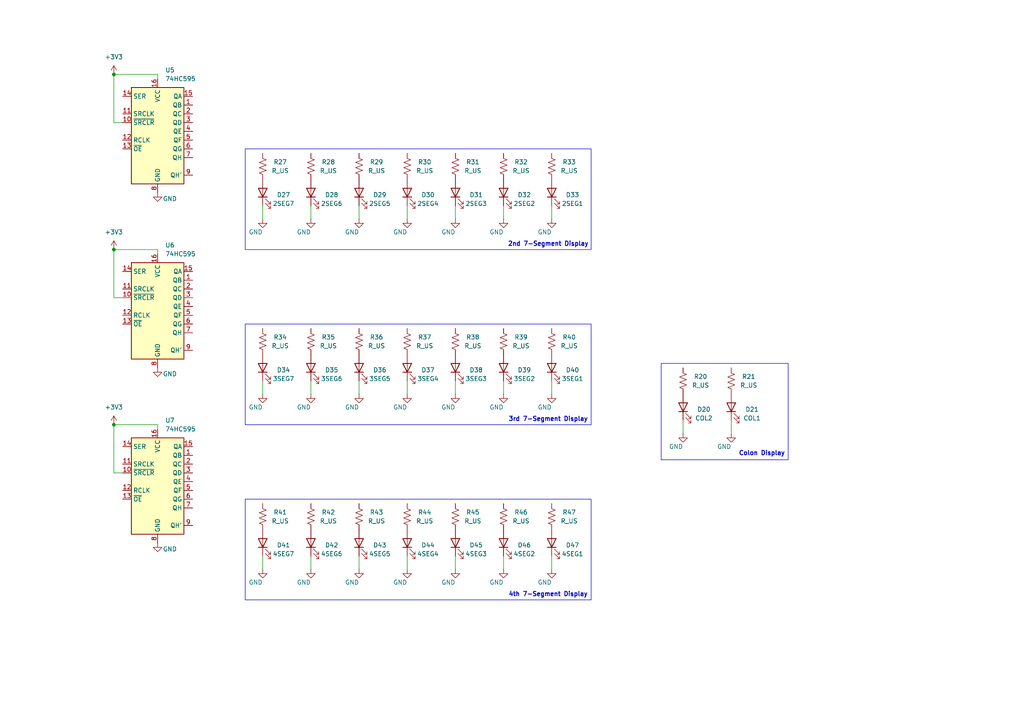
<source format=kicad_sch>
(kicad_sch (version 20231120) (generator "eeschema") (generator_version "8.0")
  (paper "A4")
  (lib_symbols
    (symbol "74xx:74HC595"
      (property "Reference" "U" (at -7.62 13.97 0))
      (property "Value" "74HC595" (at -7.62 -16.51 0))
      (symbol "74HC595_1_0"
        (pin tri_state line (at 10.16 7.62 180) (length 2.54) (name "QB") (number "1"))
        (pin input line (at -10.16 2.54 0) (length 2.54) (name "~{SRCLR}") (number "10"))
        (pin input line (at -10.16 5.08 0) (length 2.54) (name "SRCLK") (number "11"))
        (pin input line (at -10.16 -2.54 0) (length 2.54) (name "RCLK") (number "12"))
        (pin input line (at -10.16 -5.08 0) (length 2.54) (name "~{OE}") (number "13"))
        (pin input line (at -10.16 10.16 0) (length 2.54) (name "SER") (number "14"))
        (pin tri_state line (at 10.16 10.16 180) (length 2.54) (name "QA") (number "15"))
        (pin power_in line (at 0 15.24 270) (length 2.54) (name "VCC") (number "16"))
        (pin tri_state line (at 10.16 5.08 180) (length 2.54) (name "QC") (number "2"))
        (pin tri_state line (at 10.16 2.54 180) (length 2.54) (name "QD") (number "3"))
        (pin tri_state line (at 10.16 0 180) (length 2.54) (name "QE") (number "4"))
        (pin tri_state line (at 10.16 -2.54 180) (length 2.54) (name "QF") (number "5"))
        (pin tri_state line (at 10.16 -5.08 180) (length 2.54) (name "QG") (number "6"))
        (pin tri_state line (at 10.16 -7.62 180) (length 2.54) (name "QH") (number "7"))
        (pin power_in line (at 0 -17.78 90) (length 2.54) (name "GND") (number "8"))
        (pin output line (at 10.16 -12.7 180) (length 2.54) (name "QH'") (number "9"))
      )
      (symbol "74HC595_1_1"
        (rectangle (start -7.62 12.7) (end 7.62 -15.24) (stroke (width 0.254)) (fill (type background)))
      )
    )
    (symbol "Device:LED" (pin_numbers hide) (pin_names (offset 1.016) hide)
      (property "Reference" "D" (at 0 2.54 0))
      (property "Value" "LED" (at 0 -2.54 0))
      (symbol "LED_0_1"
        (polyline (pts (xy -1.27 -1.27) (xy -1.27 1.27)) (stroke (width 0.254)))
        (polyline (pts (xy -1.27 0) (xy 1.27 0)))
        (polyline (pts (xy 1.27 -1.27) (xy 1.27 1.27) (xy -1.27 0) (xy 1.27 -1.27)) (stroke (width 0.254)))
        (polyline (pts (xy -3.048 -0.762) (xy -4.572 -2.286) (xy -3.81 -2.286) (xy -4.572 -2.286) (xy -4.572 -1.524)))
        (polyline (pts (xy -1.778 -0.762) (xy -3.302 -2.286) (xy -2.54 -2.286) (xy -3.302 -2.286) (xy -3.302 -1.524)))
      )
      (symbol "LED_1_1"
        (pin passive line (at -3.81 0 0) (length 2.54) (name "K") (number "1"))
        (pin passive line (at 3.81 0 180) (length 2.54) (name "A") (number "2"))
      )
    )
    (symbol "Device:R_US" (pin_numbers hide) (pin_names (offset 0))
      (property "Reference" "R" (at 2.54 0 90))
      (property "Value" "R_US" (at -2.54 0 90))
      (symbol "R_US_0_1"
        (polyline (pts (xy 0 -2.286) (xy 0 -2.54)))
        (polyline (pts (xy 0 2.286) (xy 0 2.54)))
        (polyline (pts (xy 0 -0.762) (xy 1.016 -1.143) (xy 0 -1.524) (xy -1.016 -1.905) (xy 0 -2.286)))
        (polyline (pts (xy 0 0.762) (xy 1.016 0.381) (xy 0 0) (xy -1.016 -0.381) (xy 0 -0.762)))
        (polyline (pts (xy 0 2.286) (xy 1.016 1.905) (xy 0 1.524) (xy -1.016 1.143) (xy 0 0.762)))
      )
      (symbol "R_US_1_1"
        (pin passive line (at 0 3.81 270) (length 1.27) (name "~") (number "1"))
        (pin passive line (at 0 -3.81 90) (length 1.27) (name "~") (number "2"))
      )
    )
    (symbol "power:+3V3" (power) (pin_numbers hide) (pin_names (offset 0) hide)
      (property "Value" "+3V3" (at 0 3.556 0))
      (symbol "+3V3_0_1"
        (polyline (pts (xy -0.762 1.27) (xy 0 2.54)))
        (polyline (pts (xy 0 0) (xy 0 2.54)))
        (polyline (pts (xy 0 2.54) (xy 0.762 1.27)))
      )
      (symbol "+3V3_1_1"
        (pin power_in line (at 0 0 90) (length 0) (name "~") (number "1"))
      )
    )
    (symbol "power:GND" (power) (pin_numbers hide) (pin_names (offset 0) hide)
      (property "Value" "GND" (at 0 -3.81 0))
      (symbol "GND_0_1"
        (polyline (pts (xy 0 0) (xy 0 -1.27) (xy 1.27 -1.27) (xy 0 -2.54) (xy -1.27 -1.27) (xy 0 -1.27)))
      )
      (symbol "GND_1_1"
        (pin power_in line (at 0 0 270) (length 0) (name "~") (number "1"))
      )
    )
  )
  (junction (at 33.02 21.59))
  (junction (at 33.02 123.19))
  (junction (at 33.02 72.39))
  (wire (pts (xy 33.02 86.36) (xy 35.56 86.36)))
  (wire (pts (xy 33.02 21.59) (xy 45.72 21.59)))
  (wire (pts (xy 33.02 123.19) (xy 33.02 137.16)))
  (wire (pts (xy 146.05 110.49) (xy 146.05 114.3)))
  (wire (pts (xy 76.2 59.69) (xy 76.2 63.5)))
  (wire (pts (xy 33.02 21.59) (xy 33.02 35.56)))
  (wire (pts (xy 33.02 137.16) (xy 35.56 137.16)))
  (wire (pts (xy 104.14 59.69) (xy 104.14 63.5)))
  (wire (pts (xy 146.05 59.69) (xy 146.05 63.5)))
  (wire (pts (xy 76.2 161.29) (xy 76.2 165.1)))
  (wire (pts (xy 132.08 110.49) (xy 132.08 114.3)))
  (wire (pts (xy 33.02 72.39) (xy 45.72 72.39)))
  (wire (pts (xy 146.05 161.29) (xy 146.05 165.1)))
  (wire (pts (xy 160.02 59.69) (xy 160.02 63.5)))
  (wire (pts (xy 90.17 59.69) (xy 90.17 63.5)))
  (wire (pts (xy 45.72 21.59) (xy 45.72 22.86)))
  (wire (pts (xy 45.72 123.19) (xy 45.72 124.46)))
  (wire (pts (xy 118.11 110.49) (xy 118.11 114.3)))
  (wire (pts (xy 212.09 121.92) (xy 212.09 125.73)))
  (wire (pts (xy 160.02 110.49) (xy 160.02 114.3)))
  (wire (pts (xy 76.2 110.49) (xy 76.2 114.3)))
  (wire (pts (xy 104.14 110.49) (xy 104.14 114.3)))
  (wire (pts (xy 132.08 59.69) (xy 132.08 63.5)))
  (wire (pts (xy 33.02 72.39) (xy 33.02 86.36)))
  (wire (pts (xy 33.02 35.56) (xy 35.56 35.56)))
  (wire (pts (xy 33.02 123.19) (xy 45.72 123.19)))
  (wire (pts (xy 118.11 161.29) (xy 118.11 165.1)))
  (wire (pts (xy 118.11 59.69) (xy 118.11 63.5)))
  (wire (pts (xy 45.72 72.39) (xy 45.72 73.66)))
  (wire (pts (xy 90.17 110.49) (xy 90.17 114.3)))
  (wire (pts (xy 90.17 161.29) (xy 90.17 165.1)))
  (wire (pts (xy 104.14 161.29) (xy 104.14 165.1)))
  (wire (pts (xy 160.02 161.29) (xy 160.02 165.1)))
  (wire (pts (xy 198.12 121.92) (xy 198.12 125.73)))
  (wire (pts (xy 132.08 161.29) (xy 132.08 165.1)))
  (rectangle (start 71.12 93.98) (end 171.45 123.19))
  (rectangle (start 71.12 144.78) (end 171.45 173.99))
  (rectangle (start 191.77 105.41) (end 228.6 133.35))
  (rectangle (start 71.12 43.18) (end 171.45 72.39))
  (text "4th 7-Segment Display" (at 159.004 172.466 0) (effects (font (size 1.27 1.27) (bold yes))))
  (text "3rd 7-Segment Display" (at 159.004 121.666 0) (effects (font (size 1.27 1.27) (bold yes))))
  (text "Colon Display" (at 220.98 131.572 0) (effects (font (size 1.27 1.27) (bold yes))))
  (text "2nd 7-Segment Display" (at 159.004 70.866 0) (effects (font (size 1.27 1.27) (bold yes))))
  (symbol (lib_id "power:GND") (at 76.2 114.3 0) (unit 1)
    (property "Reference" "#PWR046" (effects (hide yes)))
    (property "Value" "GND" (at 76.2001 118.11 0) (effects (justify right)))
    (property "Description" "Power symbol creates a global label with name \"GND\" , ground" (effects (hide yes)))
  )
  (symbol (lib_id "power:GND") (at 212.09 125.73 0) (unit 1)
    (property "Reference" "#PWR037" (effects (hide yes)))
    (property "Value" "GND" (at 212.0901 129.54 0) (effects (justify right)))
    (property "Description" "Power symbol creates a global label with name \"GND\" , ground" (effects (hide yes)))
  )
  (symbol (lib_id "Device:LED") (at 90.17 55.88 90) (unit 1)
    (property "Reference" "D28" (at 96.2025 56.515 90))
    (property "Value" "2SEG6" (at 96.2025 59.055 90))
    (property "Description" "Light emitting diode" (effects (hide yes)))
  )
  (symbol (lib_id "power:GND") (at 118.11 114.3 0) (unit 1)
    (property "Reference" "#PWR049" (effects (hide yes)))
    (property "Value" "GND" (at 118.1101 118.11 0) (effects (justify right)))
    (property "Description" "Power symbol creates a global label with name \"GND\" , ground" (effects (hide yes)))
  )
  (symbol (lib_id "Device:R_US") (at 104.14 149.86 0) (unit 1)
    (property "Reference" "R43" (at 109.22 148.59 0))
    (property "Value" "R_US" (at 109.22 151.13 0))
    (property "Description" "Resistor, US symbol" (effects (hide yes)))
  )
  (symbol (lib_id "power:GND") (at 118.11 63.5 0) (unit 1)
    (property "Reference" "#PWR042" (effects (hide yes)))
    (property "Value" "GND" (at 118.1101 67.31 0) (effects (justify right)))
    (property "Description" "Power symbol creates a global label with name \"GND\" , ground" (effects (hide yes)))
  )
  (symbol (lib_id "Device:R_US") (at 132.08 149.86 0) (unit 1)
    (property "Reference" "R45" (at 137.16 148.59 0))
    (property "Value" "R_US" (at 137.16 151.13 0))
    (property "Description" "Resistor, US symbol" (effects (hide yes)))
  )
  (symbol (lib_id "Device:LED") (at 146.05 157.48 90) (unit 1)
    (property "Reference" "D46" (at 152.0825 158.115 90))
    (property "Value" "4SEG2" (at 152.0825 160.655 90))
    (property "Description" "Light emitting diode" (effects (hide yes)))
  )
  (symbol (lib_id "power:GND") (at 76.2 63.5 0) (unit 1)
    (property "Reference" "#PWR039" (effects (hide yes)))
    (property "Value" "GND" (at 76.2001 67.31 0) (effects (justify right)))
    (property "Description" "Power symbol creates a global label with name \"GND\" , ground" (effects (hide yes)))
  )
  (symbol (lib_id "power:GND") (at 146.05 63.5 0) (unit 1)
    (property "Reference" "#PWR044" (effects (hide yes)))
    (property "Value" "GND" (at 146.0501 67.31 0) (effects (justify right)))
    (property "Description" "Power symbol creates a global label with name \"GND\" , ground" (effects (hide yes)))
  )
  (symbol (lib_id "74xx:74HC595") (at 45.72 139.7 0) (unit 1)
    (property "Reference" "U7" (at 47.9141 121.92 0) (effects (justify left)))
    (property "Value" "74HC595" (at 47.9141 124.46 0) (effects (justify left)))
    (property "Datasheet" "http://www.ti.com/lit/ds/symlink/sn74hc595.pdf" (effects (hide yes)))
    (property "Description" "8-bit serial in/out Shift Register 3-State Outputs" (effects (hide yes)))
  )
  (symbol (lib_id "Device:R_US") (at 118.11 48.26 0) (unit 1)
    (property "Reference" "R30" (at 123.19 46.99 0))
    (property "Value" "R_US" (at 123.19 49.53 0))
    (property "Description" "Resistor, US symbol" (effects (hide yes)))
  )
  (symbol (lib_id "74xx:74HC595") (at 45.72 88.9 0) (unit 1)
    (property "Reference" "U6" (at 47.9141 71.12 0) (effects (justify left)))
    (property "Value" "74HC595" (at 47.9141 73.66 0) (effects (justify left)))
    (property "Datasheet" "http://www.ti.com/lit/ds/symlink/sn74hc595.pdf" (effects (hide yes)))
    (property "Description" "8-bit serial in/out Shift Register 3-State Outputs" (effects (hide yes)))
  )
  (symbol (lib_id "Device:R_US") (at 160.02 149.86 0) (unit 1)
    (property "Reference" "R47" (at 165.1 148.59 0))
    (property "Value" "R_US" (at 165.1 151.13 0))
    (property "Description" "Resistor, US symbol" (effects (hide yes)))
  )
  (symbol (lib_id "power:GND") (at 146.05 165.1 0) (unit 1)
    (property "Reference" "#PWR058" (effects (hide yes)))
    (property "Value" "GND" (at 146.0501 168.91 0) (effects (justify right)))
    (property "Description" "Power symbol creates a global label with name \"GND\" , ground" (effects (hide yes)))
  )
  (symbol (lib_id "power:GND") (at 104.14 63.5 0) (unit 1)
    (property "Reference" "#PWR041" (effects (hide yes)))
    (property "Value" "GND" (at 104.1401 67.31 0) (effects (justify right)))
    (property "Description" "Power symbol creates a global label with name \"GND\" , ground" (effects (hide yes)))
  )
  (symbol (lib_id "Device:LED") (at 90.17 106.68 90) (unit 1)
    (property "Reference" "D35" (at 96.2025 107.315 90))
    (property "Value" "3SEG6" (at 96.2025 109.855 90))
    (property "Description" "Light emitting diode" (effects (hide yes)))
  )
  (symbol (lib_id "Device:R_US") (at 104.14 48.26 0) (unit 1)
    (property "Reference" "R29" (at 109.22 46.99 0))
    (property "Value" "R_US" (at 109.22 49.53 0))
    (property "Description" "Resistor, US symbol" (effects (hide yes)))
  )
  (symbol (lib_id "Device:LED") (at 160.02 55.88 90) (unit 1)
    (property "Reference" "D33" (at 166.0525 56.515 90))
    (property "Value" "2SEG1" (at 166.0525 59.055 90))
    (property "Description" "Light emitting diode" (effects (hide yes)))
  )
  (symbol (lib_id "Device:R_US") (at 76.2 48.26 0) (unit 1)
    (property "Reference" "R27" (at 81.28 46.99 0))
    (property "Value" "R_US" (at 81.28 49.53 0))
    (property "Description" "Resistor, US symbol" (effects (hide yes)))
  )
  (symbol (lib_id "Device:R_US") (at 132.08 48.26 0) (unit 1)
    (property "Reference" "R31" (at 137.16 46.99 0))
    (property "Value" "R_US" (at 137.16 49.53 0))
    (property "Description" "Resistor, US symbol" (effects (hide yes)))
  )
  (symbol (lib_id "Device:R_US") (at 146.05 149.86 0) (unit 1)
    (property "Reference" "R46" (at 151.13 148.59 0))
    (property "Value" "R_US" (at 151.13 151.13 0))
    (property "Description" "Resistor, US symbol" (effects (hide yes)))
  )
  (symbol (lib_id "power:GND") (at 160.02 114.3 0) (unit 1)
    (property "Reference" "#PWR052" (effects (hide yes)))
    (property "Value" "GND" (at 160.0201 118.11 0) (effects (justify right)))
    (property "Description" "Power symbol creates a global label with name \"GND\" , ground" (effects (hide yes)))
  )
  (symbol (lib_id "power:+3V3") (at 33.02 123.19 0) (unit 1)
    (property "Reference" "#PWR034" (effects (hide yes)))
    (property "Value" "+3V3" (at 33.02 118.11 0))
    (property "Description" "Power symbol creates a global label with name \"+3V3\"" (effects (hide yes)))
  )
  (symbol (lib_id "power:GND") (at 104.14 114.3 0) (unit 1)
    (property "Reference" "#PWR048" (effects (hide yes)))
    (property "Value" "GND" (at 104.1401 118.11 0) (effects (justify right)))
    (property "Description" "Power symbol creates a global label with name \"GND\" , ground" (effects (hide yes)))
  )
  (symbol (lib_id "Device:R_US") (at 132.08 99.06 0) (unit 1)
    (property "Reference" "R38" (at 137.16 97.79 0))
    (property "Value" "R_US" (at 137.16 100.33 0))
    (property "Description" "Resistor, US symbol" (effects (hide yes)))
  )
  (symbol (lib_id "power:+3V3") (at 33.02 21.59 0) (unit 1)
    (property "Reference" "#PWR030" (effects (hide yes)))
    (property "Value" "+3V3" (at 33.02 16.51 0))
    (property "Description" "Power symbol creates a global label with name \"+3V3\"" (effects (hide yes)))
  )
  (symbol (lib_id "power:GND") (at 146.05 114.3 0) (unit 1)
    (property "Reference" "#PWR051" (effects (hide yes)))
    (property "Value" "GND" (at 146.0501 118.11 0) (effects (justify right)))
    (property "Description" "Power symbol creates a global label with name \"GND\" , ground" (effects (hide yes)))
  )
  (symbol (lib_id "Device:LED") (at 132.08 106.68 90) (unit 1)
    (property "Reference" "D38" (at 138.1125 107.315 90))
    (property "Value" "3SEG3" (at 138.1125 109.855 90))
    (property "Description" "Light emitting diode" (effects (hide yes)))
  )
  (symbol (lib_id "power:GND") (at 160.02 63.5 0) (unit 1)
    (property "Reference" "#PWR045" (effects (hide yes)))
    (property "Value" "GND" (at 160.0201 67.31 0) (effects (justify right)))
    (property "Description" "Power symbol creates a global label with name \"GND\" , ground" (effects (hide yes)))
  )
  (symbol (lib_id "power:GND") (at 198.12 125.73 0) (unit 1)
    (property "Reference" "#PWR036" (effects (hide yes)))
    (property "Value" "GND" (at 198.1201 129.54 0) (effects (justify right)))
    (property "Description" "Power symbol creates a global label with name \"GND\" , ground" (effects (hide yes)))
  )
  (symbol (lib_id "Device:LED") (at 160.02 106.68 90) (unit 1)
    (property "Reference" "D40" (at 166.0525 107.315 90))
    (property "Value" "3SEG1" (at 166.0525 109.855 90))
    (property "Description" "Light emitting diode" (effects (hide yes)))
  )
  (symbol (lib_id "Device:R_US") (at 160.02 99.06 0) (unit 1)
    (property "Reference" "R40" (at 165.1 97.79 0))
    (property "Value" "R_US" (at 165.1 100.33 0))
    (property "Description" "Resistor, US symbol" (effects (hide yes)))
  )
  (symbol (lib_id "74xx:74HC595") (at 45.72 38.1 0) (unit 1)
    (property "Reference" "U5" (at 47.9141 20.32 0) (effects (justify left)))
    (property "Value" "74HC595" (at 47.9141 22.86 0) (effects (justify left)))
    (property "Datasheet" "http://www.ti.com/lit/ds/symlink/sn74hc595.pdf" (effects (hide yes)))
    (property "Description" "8-bit serial in/out Shift Register 3-State Outputs" (effects (hide yes)))
  )
  (symbol (lib_id "Device:LED") (at 104.14 157.48 90) (unit 1)
    (property "Reference" "D43" (at 110.1725 158.115 90))
    (property "Value" "4SEG5" (at 110.1725 160.655 90))
    (property "Description" "Light emitting diode" (effects (hide yes)))
  )
  (symbol (lib_id "Device:R_US") (at 198.12 110.49 0) (unit 1)
    (property "Reference" "R20" (at 203.2 109.22 0))
    (property "Value" "R_US" (at 203.2 111.76 0))
    (property "Description" "Resistor, US symbol" (effects (hide yes)))
  )
  (symbol (lib_id "Device:LED") (at 118.11 106.68 90) (unit 1)
    (property "Reference" "D37" (at 124.1425 107.315 90))
    (property "Value" "3SEG4" (at 124.1425 109.855 90))
    (property "Description" "Light emitting diode" (effects (hide yes)))
  )
  (symbol (lib_id "Device:R_US") (at 118.11 99.06 0) (unit 1)
    (property "Reference" "R37" (at 123.19 97.79 0))
    (property "Value" "R_US" (at 123.19 100.33 0))
    (property "Description" "Resistor, US symbol" (effects (hide yes)))
  )
  (symbol (lib_id "Device:LED") (at 146.05 55.88 90) (unit 1)
    (property "Reference" "D32" (at 152.0825 56.515 90))
    (property "Value" "2SEG2" (at 152.0825 59.055 90))
    (property "Description" "Light emitting diode" (effects (hide yes)))
  )
  (symbol (lib_id "power:GND") (at 45.72 106.68 0) (unit 1)
    (property "Reference" "#PWR033" (effects (hide yes)))
    (property "Value" "GND" (at 49.276 108.458 0))
    (property "Description" "Power symbol creates a global label with name \"GND\" , ground" (effects (hide yes)))
  )
  (symbol (lib_id "Device:LED") (at 132.08 157.48 90) (unit 1)
    (property "Reference" "D45" (at 138.1125 158.115 90))
    (property "Value" "4SEG3" (at 138.1125 160.655 90))
    (property "Description" "Light emitting diode" (effects (hide yes)))
  )
  (symbol (lib_id "power:GND") (at 90.17 165.1 0) (unit 1)
    (property "Reference" "#PWR054" (effects (hide yes)))
    (property "Value" "GND" (at 90.1701 168.91 0) (effects (justify right)))
    (property "Description" "Power symbol creates a global label with name \"GND\" , ground" (effects (hide yes)))
  )
  (symbol (lib_id "Device:R_US") (at 76.2 99.06 0) (unit 1)
    (property "Reference" "R34" (at 81.28 97.79 0))
    (property "Value" "R_US" (at 81.28 100.33 0))
    (property "Description" "Resistor, US symbol" (effects (hide yes)))
  )
  (symbol (lib_id "power:GND") (at 76.2 165.1 0) (unit 1)
    (property "Reference" "#PWR053" (effects (hide yes)))
    (property "Value" "GND" (at 76.2001 168.91 0) (effects (justify right)))
    (property "Description" "Power symbol creates a global label with name \"GND\" , ground" (effects (hide yes)))
  )
  (symbol (lib_id "Device:LED") (at 198.12 118.11 90) (unit 1)
    (property "Reference" "D20" (at 204.1525 118.745 90))
    (property "Value" "COL2" (at 204.1525 121.285 90))
    (property "Description" "Light emitting diode" (effects (hide yes)))
  )
  (symbol (lib_id "Device:R_US") (at 90.17 149.86 0) (unit 1)
    (property "Reference" "R42" (at 95.25 148.59 0))
    (property "Value" "R_US" (at 95.25 151.13 0))
    (property "Description" "Resistor, US symbol" (effects (hide yes)))
  )
  (symbol (lib_id "Device:LED") (at 212.09 118.11 90) (unit 1)
    (property "Reference" "D21" (at 218.1225 118.745 90))
    (property "Value" "COL1" (at 218.1225 121.285 90))
    (property "Description" "Light emitting diode" (effects (hide yes)))
  )
  (symbol (lib_id "power:GND") (at 90.17 114.3 0) (unit 1)
    (property "Reference" "#PWR047" (effects (hide yes)))
    (property "Value" "GND" (at 90.1701 118.11 0) (effects (justify right)))
    (property "Description" "Power symbol creates a global label with name \"GND\" , ground" (effects (hide yes)))
  )
  (symbol (lib_id "Device:LED") (at 90.17 157.48 90) (unit 1)
    (property "Reference" "D42" (at 96.2025 158.115 90))
    (property "Value" "4SEG6" (at 96.2025 160.655 90))
    (property "Description" "Light emitting diode" (effects (hide yes)))
  )
  (symbol (lib_id "Device:LED") (at 76.2 55.88 90) (unit 1)
    (property "Reference" "D27" (at 82.2325 56.515 90))
    (property "Value" "2SEG7" (at 82.2325 59.055 90))
    (property "Description" "Light emitting diode" (effects (hide yes)))
  )
  (symbol (lib_id "Device:R_US") (at 118.11 149.86 0) (unit 1)
    (property "Reference" "R44" (at 123.19 148.59 0))
    (property "Value" "R_US" (at 123.19 151.13 0))
    (property "Description" "Resistor, US symbol" (effects (hide yes)))
  )
  (symbol (lib_id "Device:LED") (at 146.05 106.68 90) (unit 1)
    (property "Reference" "D39" (at 152.0825 107.315 90))
    (property "Value" "3SEG2" (at 152.0825 109.855 90))
    (property "Description" "Light emitting diode" (effects (hide yes)))
  )
  (symbol (lib_id "Device:LED") (at 132.08 55.88 90) (unit 1)
    (property "Reference" "D31" (at 138.1125 56.515 90))
    (property "Value" "2SEG3" (at 138.1125 59.055 90))
    (property "Description" "Light emitting diode" (effects (hide yes)))
  )
  (symbol (lib_id "power:GND") (at 160.02 165.1 0) (unit 1)
    (property "Reference" "#PWR059" (effects (hide yes)))
    (property "Value" "GND" (at 160.0201 168.91 0) (effects (justify right)))
    (property "Description" "Power symbol creates a global label with name \"GND\" , ground" (effects (hide yes)))
  )
  (symbol (lib_id "Device:R_US") (at 160.02 48.26 0) (unit 1)
    (property "Reference" "R33" (at 165.1 46.99 0))
    (property "Value" "R_US" (at 165.1 49.53 0))
    (property "Description" "Resistor, US symbol" (effects (hide yes)))
  )
  (symbol (lib_id "Device:R_US") (at 76.2 149.86 0) (unit 1)
    (property "Reference" "R41" (at 81.28 148.59 0))
    (property "Value" "R_US" (at 81.28 151.13 0))
    (property "Description" "Resistor, US symbol" (effects (hide yes)))
  )
  (symbol (lib_id "Device:R_US") (at 146.05 99.06 0) (unit 1)
    (property "Reference" "R39" (at 151.13 97.79 0))
    (property "Value" "R_US" (at 151.13 100.33 0))
    (property "Description" "Resistor, US symbol" (effects (hide yes)))
  )
  (symbol (lib_id "Device:R_US") (at 212.09 110.49 0) (unit 1)
    (property "Reference" "R21" (at 217.17 109.22 0))
    (property "Value" "R_US" (at 217.17 111.76 0))
    (property "Description" "Resistor, US symbol" (effects (hide yes)))
  )
  (symbol (lib_id "Device:LED") (at 76.2 157.48 90) (unit 1)
    (property "Reference" "D41" (at 82.2325 158.115 90))
    (property "Value" "4SEG7" (at 82.2325 160.655 90))
    (property "Description" "Light emitting diode" (effects (hide yes)))
  )
  (symbol (lib_id "Device:LED") (at 160.02 157.48 90) (unit 1)
    (property "Reference" "D47" (at 166.0525 158.115 90))
    (property "Value" "4SEG1" (at 166.0525 160.655 90))
    (property "Description" "Light emitting diode" (effects (hide yes)))
  )
  (symbol (lib_id "Device:LED") (at 104.14 106.68 90) (unit 1)
    (property "Reference" "D36" (at 110.1725 107.315 90))
    (property "Value" "3SEG5" (at 110.1725 109.855 90))
    (property "Description" "Light emitting diode" (effects (hide yes)))
  )
  (symbol (lib_id "Device:R_US") (at 90.17 48.26 0) (unit 1)
    (property "Reference" "R28" (at 95.25 46.99 0))
    (property "Value" "R_US" (at 95.25 49.53 0))
    (property "Description" "Resistor, US symbol" (effects (hide yes)))
  )
  (symbol (lib_id "Device:R_US") (at 146.05 48.26 0) (unit 1)
    (property "Reference" "R32" (at 151.13 46.99 0))
    (property "Value" "R_US" (at 151.13 49.53 0))
    (property "Description" "Resistor, US symbol" (effects (hide yes)))
  )
  (symbol (lib_id "Device:LED") (at 104.14 55.88 90) (unit 1)
    (property "Reference" "D29" (at 110.1725 56.515 90))
    (property "Value" "2SEG5" (at 110.1725 59.055 90))
    (property "Description" "Light emitting diode" (effects (hide yes)))
  )
  (symbol (lib_id "power:GND") (at 132.08 165.1 0) (unit 1)
    (property "Reference" "#PWR057" (effects (hide yes)))
    (property "Value" "GND" (at 132.0801 168.91 0) (effects (justify right)))
    (property "Description" "Power symbol creates a global label with name \"GND\" , ground" (effects (hide yes)))
  )
  (symbol (lib_id "Device:LED") (at 118.11 157.48 90) (unit 1)
    (property "Reference" "D44" (at 124.1425 158.115 90))
    (property "Value" "4SEG4" (at 124.1425 160.655 90))
    (property "Description" "Light emitting diode" (effects (hide yes)))
  )
  (symbol (lib_id "power:GND") (at 45.72 157.48 0) (unit 1)
    (property "Reference" "#PWR035" (effects (hide yes)))
    (property "Value" "GND" (at 49.276 159.258 0))
    (property "Description" "Power symbol creates a global label with name \"GND\" , ground" (effects (hide yes)))
  )
  (symbol (lib_id "Device:R_US") (at 104.14 99.06 0) (unit 1)
    (property "Reference" "R36" (at 109.22 97.79 0))
    (property "Value" "R_US" (at 109.22 100.33 0))
    (property "Description" "Resistor, US symbol" (effects (hide yes)))
  )
  (symbol (lib_id "power:GND") (at 45.72 55.88 0) (unit 1)
    (property "Reference" "#PWR031" (effects (hide yes)))
    (property "Value" "GND" (at 49.276 57.658 0))
    (property "Description" "Power symbol creates a global label with name \"GND\" , ground" (effects (hide yes)))
  )
  (symbol (lib_id "power:GND") (at 132.08 114.3 0) (unit 1)
    (property "Reference" "#PWR050" (effects (hide yes)))
    (property "Value" "GND" (at 132.0801 118.11 0) (effects (justify right)))
    (property "Description" "Power symbol creates a global label with name \"GND\" , ground" (effects (hide yes)))
  )
  (symbol (lib_id "power:GND") (at 132.08 63.5 0) (unit 1)
    (property "Reference" "#PWR043" (effects (hide yes)))
    (property "Value" "GND" (at 132.0801 67.31 0) (effects (justify right)))
    (property "Description" "Power symbol creates a global label with name \"GND\" , ground" (effects (hide yes)))
  )
  (symbol (lib_id "power:GND") (at 90.17 63.5 0) (unit 1)
    (property "Reference" "#PWR040" (effects (hide yes)))
    (property "Value" "GND" (at 90.1701 67.31 0) (effects (justify right)))
    (property "Description" "Power symbol creates a global label with name \"GND\" , ground" (effects (hide yes)))
  )
  (symbol (lib_id "Device:LED") (at 118.11 55.88 90) (unit 1)
    (property "Reference" "D30" (at 124.1425 56.515 90))
    (property "Value" "2SEG4" (at 124.1425 59.055 90))
    (property "Description" "Light emitting diode" (effects (hide yes)))
  )
  (symbol (lib_id "power:+3V3") (at 33.02 72.39 0) (unit 1)
    (property "Reference" "#PWR032" (effects (hide yes)))
    (property "Value" "+3V3" (at 33.02 67.31 0))
    (property "Description" "Power symbol creates a global label with name \"+3V3\"" (effects (hide yes)))
  )
  (symbol (lib_id "Device:R_US") (at 90.17 99.06 0) (unit 1)
    (property "Reference" "R35" (at 95.25 97.79 0))
    (property "Value" "R_US" (at 95.25 100.33 0))
    (property "Description" "Resistor, US symbol" (effects (hide yes)))
  )
  (symbol (lib_id "Device:LED") (at 76.2 106.68 90) (unit 1)
    (property "Reference" "D34" (at 82.2325 107.315 90))
    (property "Value" "3SEG7" (at 82.2325 109.855 90))
    (property "Description" "Light emitting diode" (effects (hide yes)))
  )
  (symbol (lib_id "power:GND") (at 118.11 165.1 0) (unit 1)
    (property "Reference" "#PWR056" (effects (hide yes)))
    (property "Value" "GND" (at 118.1101 168.91 0) (effects (justify right)))
    (property "Description" "Power symbol creates a global label with name \"GND\" , ground" (effects (hide yes)))
  )
  (symbol (lib_id "power:GND") (at 104.14 165.1 0) (unit 1)
    (property "Reference" "#PWR055" (effects (hide yes)))
    (property "Value" "GND" (at 104.1401 168.91 0) (effects (justify right)))
    (property "Description" "Power symbol creates a global label with name \"GND\" , ground" (effects (hide yes)))
  )
)
</source>
